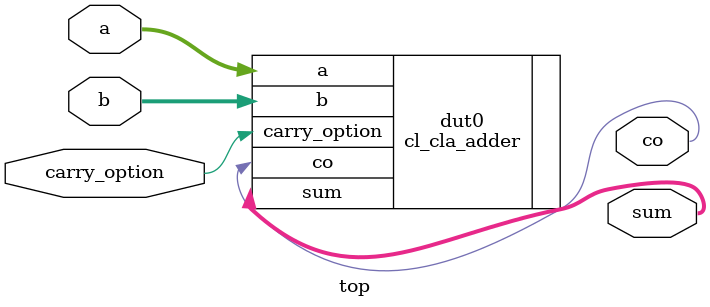
<source format=v>
module top (
    input carry_option,
    input [31:0] a,
    input [31:0] b,
    output [31:0] sum,
    output co
);

    cl_cla_adder dut0(
        .carry_option(carry_option),
        .a(a),
        .b(b),
        .sum(sum),
        .co(co)
    );


endmodule
</source>
